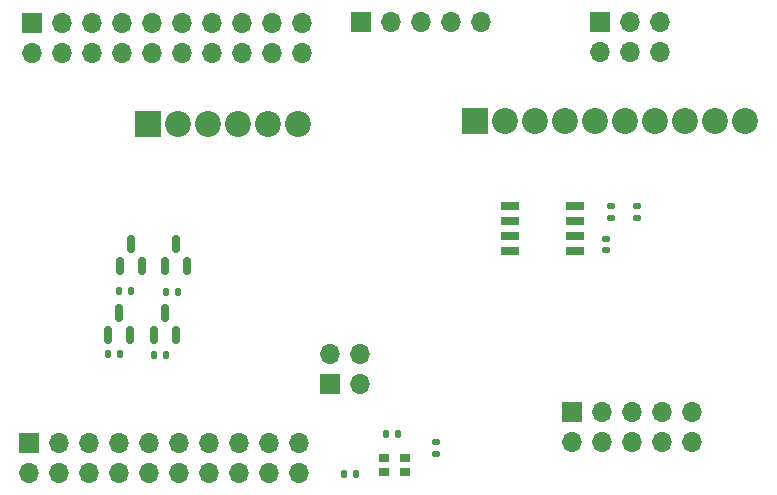
<source format=gbr>
%TF.GenerationSoftware,KiCad,Pcbnew,(6.0.11)*%
%TF.CreationDate,2023-04-23T10:13:21-07:00*%
%TF.ProjectId,Ocelothat,4f63656c-6f74-4686-9174-2e6b69636164,rev?*%
%TF.SameCoordinates,Original*%
%TF.FileFunction,Soldermask,Top*%
%TF.FilePolarity,Negative*%
%FSLAX46Y46*%
G04 Gerber Fmt 4.6, Leading zero omitted, Abs format (unit mm)*
G04 Created by KiCad (PCBNEW (6.0.11)) date 2023-04-23 10:13:21*
%MOMM*%
%LPD*%
G01*
G04 APERTURE LIST*
G04 Aperture macros list*
%AMRoundRect*
0 Rectangle with rounded corners*
0 $1 Rounding radius*
0 $2 $3 $4 $5 $6 $7 $8 $9 X,Y pos of 4 corners*
0 Add a 4 corners polygon primitive as box body*
4,1,4,$2,$3,$4,$5,$6,$7,$8,$9,$2,$3,0*
0 Add four circle primitives for the rounded corners*
1,1,$1+$1,$2,$3*
1,1,$1+$1,$4,$5*
1,1,$1+$1,$6,$7*
1,1,$1+$1,$8,$9*
0 Add four rect primitives between the rounded corners*
20,1,$1+$1,$2,$3,$4,$5,0*
20,1,$1+$1,$4,$5,$6,$7,0*
20,1,$1+$1,$6,$7,$8,$9,0*
20,1,$1+$1,$8,$9,$2,$3,0*%
G04 Aperture macros list end*
%ADD10R,0.900000X0.800000*%
%ADD11RoundRect,0.150000X0.150000X-0.587500X0.150000X0.587500X-0.150000X0.587500X-0.150000X-0.587500X0*%
%ADD12RoundRect,0.135000X0.135000X0.185000X-0.135000X0.185000X-0.135000X-0.185000X0.135000X-0.185000X0*%
%ADD13R,1.550000X0.650000*%
%ADD14RoundRect,0.147500X-0.172500X0.147500X-0.172500X-0.147500X0.172500X-0.147500X0.172500X0.147500X0*%
%ADD15RoundRect,0.135000X0.185000X-0.135000X0.185000X0.135000X-0.185000X0.135000X-0.185000X-0.135000X0*%
%ADD16R,2.200000X2.200000*%
%ADD17C,2.200000*%
%ADD18RoundRect,0.140000X-0.170000X0.140000X-0.170000X-0.140000X0.170000X-0.140000X0.170000X0.140000X0*%
%ADD19RoundRect,0.140000X0.170000X-0.140000X0.170000X0.140000X-0.170000X0.140000X-0.170000X-0.140000X0*%
%ADD20RoundRect,0.135000X-0.135000X-0.185000X0.135000X-0.185000X0.135000X0.185000X-0.135000X0.185000X0*%
%ADD21R,1.700000X1.700000*%
%ADD22O,1.700000X1.700000*%
G04 APERTURE END LIST*
D10*
%TO.C,D1*%
X158440000Y-108290000D03*
X158440000Y-107090000D03*
X156640000Y-107090000D03*
X156640000Y-108290000D03*
%TD*%
D11*
%TO.C,Q2*%
X134265000Y-90852500D03*
X136165000Y-90852500D03*
X135215000Y-88977500D03*
%TD*%
%TO.C,Q3*%
X137140000Y-96677500D03*
X139040000Y-96677500D03*
X138090000Y-94802500D03*
%TD*%
D12*
%TO.C,R1*%
X135225000Y-92990000D03*
X134205000Y-92990000D03*
%TD*%
D13*
%TO.C,U1*%
X172765000Y-89595000D03*
X172765000Y-88325000D03*
X172765000Y-87055000D03*
X172765000Y-85785000D03*
X167315000Y-85785000D03*
X167315000Y-87055000D03*
X167315000Y-88325000D03*
X167315000Y-89595000D03*
%TD*%
D14*
%TO.C,D2*%
X178090000Y-85780000D03*
X178090000Y-86750000D03*
%TD*%
D12*
%TO.C,R5*%
X154240000Y-108465000D03*
X153220000Y-108465000D03*
%TD*%
D15*
%TO.C,R7*%
X161040000Y-106800000D03*
X161040000Y-105780000D03*
%TD*%
D16*
%TO.C,J3*%
X136665000Y-78840000D03*
D17*
X139205000Y-78840000D03*
X141745000Y-78840000D03*
X144285000Y-78840000D03*
X146825000Y-78840000D03*
X149365000Y-78840000D03*
%TD*%
D11*
%TO.C,Q4*%
X138090000Y-90827500D03*
X139990000Y-90827500D03*
X139040000Y-88952500D03*
%TD*%
D18*
%TO.C,C2*%
X175840000Y-85785000D03*
X175840000Y-86745000D03*
%TD*%
D19*
%TO.C,C1*%
X175424928Y-89520000D03*
X175424928Y-88560000D03*
%TD*%
D20*
%TO.C,R2*%
X133255000Y-98315000D03*
X134275000Y-98315000D03*
%TD*%
D16*
%TO.C,J8*%
X164360000Y-78540000D03*
D17*
X166900000Y-78540000D03*
X169440000Y-78540000D03*
X171980000Y-78540000D03*
X174520000Y-78540000D03*
X177060000Y-78540000D03*
X179600000Y-78540000D03*
X182140000Y-78540000D03*
X184680000Y-78540000D03*
X187220000Y-78540000D03*
%TD*%
D20*
%TO.C,R4*%
X137180000Y-98340000D03*
X138200000Y-98340000D03*
%TD*%
D11*
%TO.C,Q1*%
X133265000Y-96652500D03*
X135165000Y-96652500D03*
X134215000Y-94777500D03*
%TD*%
D12*
%TO.C,R3*%
X139175000Y-93015000D03*
X138155000Y-93015000D03*
%TD*%
D20*
%TO.C,R6*%
X156780000Y-105040000D03*
X157800000Y-105040000D03*
%TD*%
D21*
%TO.C,J6*%
X154690000Y-70140000D03*
D22*
X157230000Y-70140000D03*
X159770000Y-70140000D03*
X162310000Y-70140000D03*
X164850000Y-70140000D03*
%TD*%
D21*
%TO.C,J5*%
X126865000Y-70265000D03*
D22*
X126865000Y-72805000D03*
X129405000Y-70265000D03*
X129405000Y-72805000D03*
X131945000Y-70265000D03*
X131945000Y-72805000D03*
X134485000Y-70265000D03*
X134485000Y-72805000D03*
X137025000Y-70265000D03*
X137025000Y-72805000D03*
X139565000Y-70265000D03*
X139565000Y-72805000D03*
X142105000Y-70265000D03*
X142105000Y-72805000D03*
X144645000Y-70265000D03*
X144645000Y-72805000D03*
X147185000Y-70265000D03*
X147185000Y-72805000D03*
X149725000Y-70265000D03*
X149725000Y-72805000D03*
%TD*%
D21*
%TO.C,J2*%
X172515000Y-103190000D03*
D22*
X172515000Y-105730000D03*
X175055000Y-103190000D03*
X175055000Y-105730000D03*
X177595000Y-103190000D03*
X177595000Y-105730000D03*
X180135000Y-103190000D03*
X180135000Y-105730000D03*
X182675000Y-103190000D03*
X182675000Y-105730000D03*
%TD*%
D21*
%TO.C,J1*%
X126540000Y-105840000D03*
D22*
X126540000Y-108380000D03*
X129080000Y-105840000D03*
X129080000Y-108380000D03*
X131620000Y-105840000D03*
X131620000Y-108380000D03*
X134160000Y-105840000D03*
X134160000Y-108380000D03*
X136700000Y-105840000D03*
X136700000Y-108380000D03*
X139240000Y-105840000D03*
X139240000Y-108380000D03*
X141780000Y-105840000D03*
X141780000Y-108380000D03*
X144320000Y-105840000D03*
X144320000Y-108380000D03*
X146860000Y-105840000D03*
X146860000Y-108380000D03*
X149400000Y-105840000D03*
X149400000Y-108380000D03*
%TD*%
D21*
%TO.C,J4*%
X152065000Y-100840000D03*
D22*
X154605000Y-100840000D03*
X152065000Y-98300000D03*
X154605000Y-98300000D03*
%TD*%
D21*
%TO.C,J7*%
X174915000Y-70190000D03*
D22*
X174915000Y-72730000D03*
X177455000Y-70190000D03*
X177455000Y-72730000D03*
X179995000Y-70190000D03*
X179995000Y-72730000D03*
%TD*%
M02*

</source>
